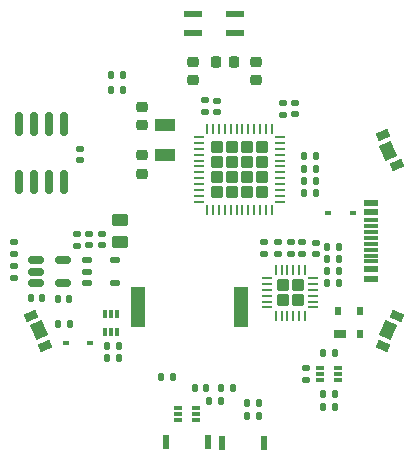
<source format=gbr>
%TF.GenerationSoftware,KiCad,Pcbnew,(6.0.7-1)-1*%
%TF.CreationDate,2022-10-24T14:59:34+01:00*%
%TF.ProjectId,wristpad,77726973-7470-4616-942e-6b696361645f,rev?*%
%TF.SameCoordinates,Original*%
%TF.FileFunction,Paste,Top*%
%TF.FilePolarity,Positive*%
%FSLAX46Y46*%
G04 Gerber Fmt 4.6, Leading zero omitted, Abs format (unit mm)*
G04 Created by KiCad (PCBNEW (6.0.7-1)-1) date 2022-10-24 14:59:34*
%MOMM*%
%LPD*%
G01*
G04 APERTURE LIST*
G04 Aperture macros list*
%AMRoundRect*
0 Rectangle with rounded corners*
0 $1 Rounding radius*
0 $2 $3 $4 $5 $6 $7 $8 $9 X,Y pos of 4 corners*
0 Add a 4 corners polygon primitive as box body*
4,1,4,$2,$3,$4,$5,$6,$7,$8,$9,$2,$3,0*
0 Add four circle primitives for the rounded corners*
1,1,$1+$1,$2,$3*
1,1,$1+$1,$4,$5*
1,1,$1+$1,$6,$7*
1,1,$1+$1,$8,$9*
0 Add four rect primitives between the rounded corners*
20,1,$1+$1,$2,$3,$4,$5,0*
20,1,$1+$1,$4,$5,$6,$7,0*
20,1,$1+$1,$6,$7,$8,$9,0*
20,1,$1+$1,$8,$9,$2,$3,0*%
%AMRotRect*
0 Rectangle, with rotation*
0 The origin of the aperture is its center*
0 $1 length*
0 $2 width*
0 $3 Rotation angle, in degrees counterclockwise*
0 Add horizontal line*
21,1,$1,$2,0,0,$3*%
G04 Aperture macros list end*
%ADD10R,1.300000X3.400000*%
%ADD11RoundRect,0.150000X-0.150000X0.825000X-0.150000X-0.825000X0.150000X-0.825000X0.150000X0.825000X0*%
%ADD12RoundRect,0.135000X0.185000X-0.135000X0.185000X0.135000X-0.185000X0.135000X-0.185000X-0.135000X0*%
%ADD13R,0.558800X1.244600*%
%ADD14RoundRect,0.135000X-0.135000X-0.185000X0.135000X-0.185000X0.135000X0.185000X-0.135000X0.185000X0*%
%ADD15R,0.600000X0.450000*%
%ADD16RoundRect,0.135000X0.135000X0.185000X-0.135000X0.185000X-0.135000X-0.185000X0.135000X-0.185000X0*%
%ADD17RoundRect,0.250000X-0.270000X0.270000X-0.270000X-0.270000X0.270000X-0.270000X0.270000X0.270000X0*%
%ADD18RoundRect,0.062500X-0.062500X0.375000X-0.062500X-0.375000X0.062500X-0.375000X0.062500X0.375000X0*%
%ADD19RoundRect,0.062500X-0.375000X0.062500X-0.375000X-0.062500X0.375000X-0.062500X0.375000X0.062500X0*%
%ADD20RoundRect,0.225000X0.250000X-0.225000X0.250000X0.225000X-0.250000X0.225000X-0.250000X-0.225000X0*%
%ADD21R,1.000000X0.700000*%
%ADD22R,0.600000X0.700000*%
%ADD23RoundRect,0.140000X0.170000X-0.140000X0.170000X0.140000X-0.170000X0.140000X-0.170000X-0.140000X0*%
%ADD24RoundRect,0.250000X0.275000X0.275000X-0.275000X0.275000X-0.275000X-0.275000X0.275000X-0.275000X0*%
%ADD25RoundRect,0.062500X0.350000X0.062500X-0.350000X0.062500X-0.350000X-0.062500X0.350000X-0.062500X0*%
%ADD26RoundRect,0.062500X0.062500X0.350000X-0.062500X0.350000X-0.062500X-0.350000X0.062500X-0.350000X0*%
%ADD27RoundRect,0.218750X-0.218750X-0.256250X0.218750X-0.256250X0.218750X0.256250X-0.218750X0.256250X0*%
%ADD28R,1.800000X1.000000*%
%ADD29RoundRect,0.225000X-0.250000X0.225000X-0.250000X-0.225000X0.250000X-0.225000X0.250000X0.225000X0*%
%ADD30RoundRect,0.135000X-0.185000X0.135000X-0.185000X-0.135000X0.185000X-0.135000X0.185000X0.135000X0*%
%ADD31RoundRect,0.137500X-0.262500X-0.137500X0.262500X-0.137500X0.262500X0.137500X-0.262500X0.137500X0*%
%ADD32RoundRect,0.250000X-0.450000X0.262500X-0.450000X-0.262500X0.450000X-0.262500X0.450000X0.262500X0*%
%ADD33RoundRect,0.140000X-0.140000X-0.170000X0.140000X-0.170000X0.140000X0.170000X-0.140000X0.170000X0*%
%ADD34RotRect,0.711200X1.092200X115.000000*%
%ADD35RotRect,1.397000X1.092200X115.000000*%
%ADD36R,1.143000X0.584200*%
%ADD37R,1.143000X0.304800*%
%ADD38RoundRect,0.150000X-0.512500X-0.150000X0.512500X-0.150000X0.512500X0.150000X-0.512500X0.150000X0*%
%ADD39RotRect,0.711200X1.092200X245.000000*%
%ADD40RotRect,1.397000X1.092200X245.000000*%
%ADD41RotRect,0.711200X1.092200X295.000000*%
%ADD42RotRect,1.397000X1.092200X295.000000*%
%ADD43RoundRect,0.140000X0.140000X0.170000X-0.140000X0.170000X-0.140000X-0.170000X0.140000X-0.170000X0*%
%ADD44R,0.700000X0.340000*%
%ADD45R,1.500000X0.600000*%
%ADD46R,0.340000X0.700000*%
G04 APERTURE END LIST*
D10*
%TO.C,BZ1*%
X93560000Y-105630000D03*
X102260000Y-105630000D03*
%TD*%
D11*
%TO.C,IC1*%
X87298000Y-90082000D03*
X86028000Y-90082000D03*
X84758000Y-90082000D03*
X83488000Y-90082000D03*
X83488000Y-95032000D03*
X84758000Y-95032000D03*
X86028000Y-95032000D03*
X87298000Y-95032000D03*
%TD*%
D12*
%TO.C,R21*%
X83050000Y-102150000D03*
X83050000Y-103170000D03*
%TD*%
D13*
%TO.C,SW2*%
X95974598Y-117080000D03*
X99525402Y-117080000D03*
%TD*%
D14*
%TO.C,R20*%
X103820000Y-114850000D03*
X102800000Y-114850000D03*
%TD*%
D12*
%TO.C,R1*%
X88400000Y-99400000D03*
X88400000Y-100420000D03*
%TD*%
D14*
%TO.C,R3*%
X90960000Y-109966000D03*
X91980000Y-109966000D03*
%TD*%
D15*
%TO.C,D3*%
X109680000Y-97610000D03*
X111780000Y-97610000D03*
%TD*%
D16*
%TO.C,R26*%
X92350000Y-87240000D03*
X91330000Y-87240000D03*
%TD*%
D14*
%TO.C,R27*%
X91330000Y-85980000D03*
X92350000Y-85980000D03*
%TD*%
D17*
%TO.C,U3*%
X100236000Y-95896000D03*
X100236000Y-92026000D03*
X104106000Y-93316000D03*
X102816000Y-94606000D03*
X102816000Y-93316000D03*
X100236000Y-94606000D03*
X101526000Y-93316000D03*
X104106000Y-92026000D03*
X102816000Y-95896000D03*
X101526000Y-94606000D03*
X101526000Y-92026000D03*
X101526000Y-95896000D03*
X100236000Y-93316000D03*
X102816000Y-92026000D03*
X104106000Y-95896000D03*
X104106000Y-94606000D03*
D18*
X104921000Y-90523500D03*
X104421000Y-90523500D03*
X103921000Y-90523500D03*
X103421000Y-90523500D03*
X102921000Y-90523500D03*
X102421000Y-90523500D03*
X101921000Y-90523500D03*
X101421000Y-90523500D03*
X100921000Y-90523500D03*
X100421000Y-90523500D03*
X99921000Y-90523500D03*
X99421000Y-90523500D03*
D19*
X98733500Y-91211000D03*
X98733500Y-91711000D03*
X98733500Y-92211000D03*
X98733500Y-92711000D03*
X98733500Y-93211000D03*
X98733500Y-93711000D03*
X98733500Y-94211000D03*
X98733500Y-94711000D03*
X98733500Y-95211000D03*
X98733500Y-95711000D03*
X98733500Y-96211000D03*
X98733500Y-96711000D03*
D18*
X99421000Y-97398500D03*
X99921000Y-97398500D03*
X100421000Y-97398500D03*
X100921000Y-97398500D03*
X101421000Y-97398500D03*
X101921000Y-97398500D03*
X102421000Y-97398500D03*
X102921000Y-97398500D03*
X103421000Y-97398500D03*
X103921000Y-97398500D03*
X104421000Y-97398500D03*
X104921000Y-97398500D03*
D19*
X105608500Y-96711000D03*
X105608500Y-96211000D03*
X105608500Y-95711000D03*
X105608500Y-95211000D03*
X105608500Y-94711000D03*
X105608500Y-94211000D03*
X105608500Y-93711000D03*
X105608500Y-93211000D03*
X105608500Y-92711000D03*
X105608500Y-92211000D03*
X105608500Y-91711000D03*
X105608500Y-91211000D03*
%TD*%
D20*
%TO.C,C14*%
X93940000Y-94305000D03*
X93940000Y-92755000D03*
%TD*%
D21*
%TO.C,D1*%
X110670000Y-107920000D03*
D22*
X112370000Y-107920000D03*
X112370000Y-105920000D03*
X110470000Y-105920000D03*
%TD*%
D13*
%TO.C,SW1*%
X100724598Y-117094000D03*
X104275402Y-117094000D03*
%TD*%
D14*
%TO.C,R16*%
X86820000Y-107070000D03*
X87840000Y-107070000D03*
%TD*%
D16*
%TO.C,R11*%
X110270000Y-109520000D03*
X109250000Y-109520000D03*
%TD*%
%TO.C,R18*%
X107631000Y-92831000D03*
X108651000Y-92831000D03*
%TD*%
D14*
%TO.C,R19*%
X107631000Y-95961000D03*
X108651000Y-95961000D03*
%TD*%
D16*
%TO.C,R25*%
X101650000Y-112490000D03*
X100630000Y-112490000D03*
%TD*%
D15*
%TO.C,D2*%
X89550000Y-108630000D03*
X87450000Y-108630000D03*
%TD*%
D23*
%TO.C,C3*%
X90510000Y-99430000D03*
X90510000Y-100390000D03*
%TD*%
D24*
%TO.C,U2*%
X105829484Y-103748951D03*
X107129484Y-103748951D03*
X107129484Y-105048951D03*
X105829484Y-105048951D03*
D25*
X108416984Y-105648951D03*
X108416984Y-105148951D03*
X108416984Y-104648951D03*
X108416984Y-104148951D03*
X108416984Y-103648951D03*
X108416984Y-103148951D03*
D26*
X107729484Y-102461451D03*
X107229484Y-102461451D03*
X106729484Y-102461451D03*
X106229484Y-102461451D03*
X105729484Y-102461451D03*
X105229484Y-102461451D03*
D25*
X104541984Y-103148951D03*
X104541984Y-103648951D03*
X104541984Y-104148951D03*
X104541984Y-104648951D03*
X104541984Y-105148951D03*
X104541984Y-105648951D03*
D26*
X105229484Y-106336451D03*
X105729484Y-106336451D03*
X106229484Y-106336451D03*
X106729484Y-106336451D03*
X107229484Y-106336451D03*
X107729484Y-106336451D03*
%TD*%
D27*
%TO.C,L1*%
X100162500Y-84840000D03*
X101737500Y-84840000D03*
%TD*%
D28*
%TO.C,Y1*%
X95876000Y-90236000D03*
X95876000Y-92736000D03*
%TD*%
D29*
%TO.C,C13*%
X93920000Y-88645000D03*
X93920000Y-90195000D03*
%TD*%
D16*
%TO.C,R7*%
X110601484Y-100502951D03*
X109581484Y-100502951D03*
%TD*%
%TO.C,R23*%
X90960000Y-108950000D03*
X91980000Y-108950000D03*
%TD*%
D23*
%TO.C,C15*%
X100260000Y-88140000D03*
X100260000Y-89100000D03*
%TD*%
D30*
%TO.C,R10*%
X107830000Y-110790000D03*
X107830000Y-111810000D03*
%TD*%
%TO.C,R22*%
X83050000Y-101090000D03*
X83050000Y-100070000D03*
%TD*%
D29*
%TO.C,C19*%
X103580000Y-84823000D03*
X103580000Y-86373000D03*
%TD*%
D23*
%TO.C,C7*%
X88646000Y-93190000D03*
X88646000Y-92230000D03*
%TD*%
D12*
%TO.C,R13*%
X99220000Y-88100000D03*
X99220000Y-89120000D03*
%TD*%
D31*
%TO.C,U4*%
X91624000Y-101666000D03*
X91624000Y-103566000D03*
X89224000Y-103566000D03*
X89224000Y-102616000D03*
X89224000Y-101666000D03*
%TD*%
D32*
%TO.C,R12*%
X92050000Y-98237500D03*
X92050000Y-100062500D03*
%TD*%
D33*
%TO.C,C11*%
X109280000Y-114050000D03*
X110240000Y-114050000D03*
%TD*%
%TO.C,C9*%
X109611484Y-103550951D03*
X110571484Y-103550951D03*
%TD*%
D30*
%TO.C,R6*%
X104261484Y-100106951D03*
X104261484Y-101126951D03*
%TD*%
D33*
%TO.C,C12*%
X109280000Y-112950000D03*
X110240000Y-112950000D03*
%TD*%
D14*
%TO.C,R2*%
X109581484Y-101518951D03*
X110601484Y-101518951D03*
%TD*%
D34*
%TO.C,SW5*%
X85690566Y-108914377D03*
X84507087Y-106376398D03*
D35*
X85236948Y-107580981D03*
%TD*%
D16*
%TO.C,R24*%
X99610000Y-113540000D03*
X100630000Y-113540000D03*
%TD*%
D23*
%TO.C,C2*%
X89460000Y-99430000D03*
X89460000Y-100390000D03*
%TD*%
D36*
%TO.C,J1*%
X113345000Y-103200000D03*
X113345000Y-102400001D03*
D37*
X113345000Y-101250000D03*
X113345000Y-100250000D03*
X113345000Y-99750000D03*
X113345000Y-98750000D03*
D36*
X113345000Y-96800000D03*
X113345000Y-97599999D03*
D37*
X113345000Y-98250001D03*
X113345000Y-99249999D03*
X113345000Y-100750001D03*
X113345000Y-101749999D03*
%TD*%
D38*
%TO.C,U1*%
X87243500Y-101666000D03*
X87243500Y-103566000D03*
X84968500Y-103566000D03*
X84968500Y-102616000D03*
X84968500Y-101666000D03*
%TD*%
D39*
%TO.C,SW4*%
X115492913Y-106376398D03*
X114309434Y-108914377D03*
D40*
X114763052Y-107580981D03*
%TD*%
D41*
%TO.C,SW3*%
X114309434Y-91085623D03*
X115492913Y-93623602D03*
D42*
X114763052Y-92419019D03*
%TD*%
D43*
%TO.C,C1*%
X87726000Y-104902000D03*
X86766000Y-104902000D03*
%TD*%
D16*
%TO.C,R17*%
X103830000Y-113750000D03*
X102810000Y-113750000D03*
%TD*%
D44*
%TO.C,Q3*%
X98470000Y-115150000D03*
X98470000Y-114650000D03*
X98470000Y-114150000D03*
X96970000Y-114150000D03*
X96970000Y-114650000D03*
X96970000Y-115150000D03*
%TD*%
D14*
%TO.C,R8*%
X108650000Y-94940000D03*
X107630000Y-94940000D03*
%TD*%
D23*
%TO.C,C5*%
X108638484Y-101120951D03*
X108638484Y-100160951D03*
%TD*%
D33*
%TO.C,C8*%
X109611484Y-102534951D03*
X110571484Y-102534951D03*
%TD*%
D45*
%TO.C,E1*%
X98250000Y-82440000D03*
X101750000Y-82440000D03*
X101750000Y-80840000D03*
X98250000Y-80840000D03*
%TD*%
D46*
%TO.C,Q2*%
X91780000Y-106230000D03*
X91280000Y-106230000D03*
X90780000Y-106230000D03*
X90780000Y-107730000D03*
X91280000Y-107730000D03*
X91780000Y-107730000D03*
%TD*%
D43*
%TO.C,C10*%
X99360000Y-112490000D03*
X98400000Y-112490000D03*
%TD*%
D14*
%TO.C,R9*%
X108650000Y-93894000D03*
X107630000Y-93894000D03*
%TD*%
D44*
%TO.C,Q1*%
X109010000Y-110760000D03*
X109010000Y-111260000D03*
X109010000Y-111760000D03*
X110510000Y-111760000D03*
X110510000Y-111260000D03*
X110510000Y-110760000D03*
%TD*%
D12*
%TO.C,R4*%
X105407484Y-101126951D03*
X105407484Y-100106951D03*
%TD*%
D23*
%TO.C,C17*%
X106870000Y-89300000D03*
X106870000Y-88340000D03*
%TD*%
D29*
%TO.C,C18*%
X98230000Y-84845000D03*
X98230000Y-86395000D03*
%TD*%
D23*
%TO.C,C16*%
X105840000Y-89320000D03*
X105840000Y-88360000D03*
%TD*%
%TO.C,C6*%
X107501484Y-101090951D03*
X107501484Y-100130951D03*
%TD*%
D14*
%TO.C,R15*%
X96540000Y-111560000D03*
X95520000Y-111560000D03*
%TD*%
D43*
%TO.C,C4*%
X85446000Y-104860000D03*
X84486000Y-104860000D03*
%TD*%
D12*
%TO.C,R5*%
X106494484Y-101126951D03*
X106494484Y-100106951D03*
%TD*%
M02*

</source>
